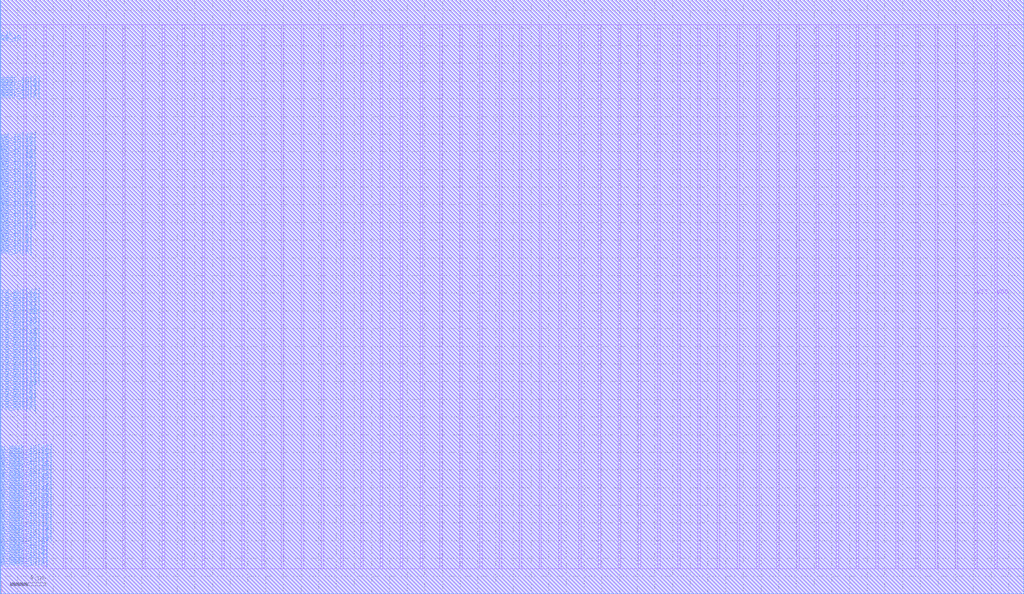
<source format=lef>
VERSION 5.7 ;
BUSBITCHARS "[]" ;
MACRO fakeram45_256x48_bottom
  FOREIGN fakeram45_256x48_bottom 0 0 ;
  SYMMETRY X Y R90 ;
  SIZE 0.19 BY 1.4 ;
  CLASS BLOCK ;
  PIN w_mask_in[0]
    DIRECTION INPUT ;
    USE SIGNAL ;
    SHAPE ABUTMENT ;
    PORT
      LAYER metal3 ;
      RECT 0.000 2.800 0.070 2.870 ;
    END
  END w_mask_in[0]
  PIN w_mask_in[1]
    DIRECTION INPUT ;
    USE SIGNAL ;
    SHAPE ABUTMENT ;
    PORT
      LAYER metal3 ;
      RECT 0.000 3.080 0.070 3.150 ;
    END
  END w_mask_in[1]
  PIN w_mask_in[2]
    DIRECTION INPUT ;
    USE SIGNAL ;
    SHAPE ABUTMENT ;
    PORT
      LAYER metal3 ;
      RECT 0.000 3.360 0.070 3.430 ;
    END
  END w_mask_in[2]
  PIN w_mask_in[3]
    DIRECTION INPUT ;
    USE SIGNAL ;
    SHAPE ABUTMENT ;
    PORT
      LAYER metal3 ;
      RECT 0.000 3.640 0.070 3.710 ;
    END
  END w_mask_in[3]
  PIN w_mask_in[4]
    DIRECTION INPUT ;
    USE SIGNAL ;
    SHAPE ABUTMENT ;
    PORT
      LAYER metal3 ;
      RECT 0.000 3.920 0.070 3.990 ;
    END
  END w_mask_in[4]
  PIN w_mask_in[5]
    DIRECTION INPUT ;
    USE SIGNAL ;
    SHAPE ABUTMENT ;
    PORT
      LAYER metal3 ;
      RECT 0.000 4.200 0.070 4.270 ;
    END
  END w_mask_in[5]
  PIN w_mask_in[6]
    DIRECTION INPUT ;
    USE SIGNAL ;
    SHAPE ABUTMENT ;
    PORT
      LAYER metal3 ;
      RECT 0.000 4.480 0.070 4.550 ;
    END
  END w_mask_in[6]
  PIN w_mask_in[7]
    DIRECTION INPUT ;
    USE SIGNAL ;
    SHAPE ABUTMENT ;
    PORT
      LAYER metal3 ;
      RECT 0.000 4.760 0.070 4.830 ;
    END
  END w_mask_in[7]
  PIN w_mask_in[8]
    DIRECTION INPUT ;
    USE SIGNAL ;
    SHAPE ABUTMENT ;
    PORT
      LAYER metal3 ;
      RECT 0.000 5.040 0.070 5.110 ;
    END
  END w_mask_in[8]
  PIN w_mask_in[9]
    DIRECTION INPUT ;
    USE SIGNAL ;
    SHAPE ABUTMENT ;
    PORT
      LAYER metal3 ;
      RECT 0.000 5.320 0.070 5.390 ;
    END
  END w_mask_in[9]
  PIN w_mask_in[10]
    DIRECTION INPUT ;
    USE SIGNAL ;
    SHAPE ABUTMENT ;
    PORT
      LAYER metal3 ;
      RECT 0.000 5.600 0.070 5.670 ;
    END
  END w_mask_in[10]
  PIN w_mask_in[11]
    DIRECTION INPUT ;
    USE SIGNAL ;
    SHAPE ABUTMENT ;
    PORT
      LAYER metal3 ;
      RECT 0.000 5.880 0.070 5.950 ;
    END
  END w_mask_in[11]
  PIN w_mask_in[12]
    DIRECTION INPUT ;
    USE SIGNAL ;
    SHAPE ABUTMENT ;
    PORT
      LAYER metal3 ;
      RECT 0.000 6.160 0.070 6.230 ;
    END
  END w_mask_in[12]
  PIN w_mask_in[13]
    DIRECTION INPUT ;
    USE SIGNAL ;
    SHAPE ABUTMENT ;
    PORT
      LAYER metal3 ;
      RECT 0.000 6.440 0.070 6.510 ;
    END
  END w_mask_in[13]
  PIN w_mask_in[14]
    DIRECTION INPUT ;
    USE SIGNAL ;
    SHAPE ABUTMENT ;
    PORT
      LAYER metal3 ;
      RECT 0.000 6.720 0.070 6.790 ;
    END
  END w_mask_in[14]
  PIN w_mask_in[15]
    DIRECTION INPUT ;
    USE SIGNAL ;
    SHAPE ABUTMENT ;
    PORT
      LAYER metal3 ;
      RECT 0.000 7.000 0.070 7.070 ;
    END
  END w_mask_in[15]
  PIN w_mask_in[16]
    DIRECTION INPUT ;
    USE SIGNAL ;
    SHAPE ABUTMENT ;
    PORT
      LAYER metal3 ;
      RECT 0.000 7.280 0.070 7.350 ;
    END
  END w_mask_in[16]
  PIN w_mask_in[17]
    DIRECTION INPUT ;
    USE SIGNAL ;
    SHAPE ABUTMENT ;
    PORT
      LAYER metal3 ;
      RECT 0.000 7.560 0.070 7.630 ;
    END
  END w_mask_in[17]
  PIN w_mask_in[18]
    DIRECTION INPUT ;
    USE SIGNAL ;
    SHAPE ABUTMENT ;
    PORT
      LAYER metal3 ;
      RECT 0.000 7.840 0.070 7.910 ;
    END
  END w_mask_in[18]
  PIN w_mask_in[19]
    DIRECTION INPUT ;
    USE SIGNAL ;
    SHAPE ABUTMENT ;
    PORT
      LAYER metal3 ;
      RECT 0.000 8.120 0.070 8.190 ;
    END
  END w_mask_in[19]
  PIN w_mask_in[20]
    DIRECTION INPUT ;
    USE SIGNAL ;
    SHAPE ABUTMENT ;
    PORT
      LAYER metal3 ;
      RECT 0.000 8.400 0.070 8.470 ;
    END
  END w_mask_in[20]
  PIN w_mask_in[21]
    DIRECTION INPUT ;
    USE SIGNAL ;
    SHAPE ABUTMENT ;
    PORT
      LAYER metal3 ;
      RECT 0.000 8.680 0.070 8.750 ;
    END
  END w_mask_in[21]
  PIN w_mask_in[22]
    DIRECTION INPUT ;
    USE SIGNAL ;
    SHAPE ABUTMENT ;
    PORT
      LAYER metal3 ;
      RECT 0.000 8.960 0.070 9.030 ;
    END
  END w_mask_in[22]
  PIN w_mask_in[23]
    DIRECTION INPUT ;
    USE SIGNAL ;
    SHAPE ABUTMENT ;
    PORT
      LAYER metal3 ;
      RECT 0.000 9.240 0.070 9.310 ;
    END
  END w_mask_in[23]
  PIN w_mask_in[24]
    DIRECTION INPUT ;
    USE SIGNAL ;
    SHAPE ABUTMENT ;
    PORT
      LAYER metal3 ;
      RECT 0.000 9.520 0.070 9.590 ;
    END
  END w_mask_in[24]
  PIN w_mask_in[25]
    DIRECTION INPUT ;
    USE SIGNAL ;
    SHAPE ABUTMENT ;
    PORT
      LAYER metal3 ;
      RECT 0.000 9.800 0.070 9.870 ;
    END
  END w_mask_in[25]
  PIN w_mask_in[26]
    DIRECTION INPUT ;
    USE SIGNAL ;
    SHAPE ABUTMENT ;
    PORT
      LAYER metal3 ;
      RECT 0.000 10.080 0.070 10.150 ;
    END
  END w_mask_in[26]
  PIN w_mask_in[27]
    DIRECTION INPUT ;
    USE SIGNAL ;
    SHAPE ABUTMENT ;
    PORT
      LAYER metal3 ;
      RECT 0.000 10.360 0.070 10.430 ;
    END
  END w_mask_in[27]
  PIN w_mask_in[28]
    DIRECTION INPUT ;
    USE SIGNAL ;
    SHAPE ABUTMENT ;
    PORT
      LAYER metal3 ;
      RECT 0.000 10.640 0.070 10.710 ;
    END
  END w_mask_in[28]
  PIN w_mask_in[29]
    DIRECTION INPUT ;
    USE SIGNAL ;
    SHAPE ABUTMENT ;
    PORT
      LAYER metal3 ;
      RECT 0.000 10.920 0.070 10.990 ;
    END
  END w_mask_in[29]
  PIN w_mask_in[30]
    DIRECTION INPUT ;
    USE SIGNAL ;
    SHAPE ABUTMENT ;
    PORT
      LAYER metal3 ;
      RECT 0.000 11.200 0.070 11.270 ;
    END
  END w_mask_in[30]
  PIN w_mask_in[31]
    DIRECTION INPUT ;
    USE SIGNAL ;
    SHAPE ABUTMENT ;
    PORT
      LAYER metal3 ;
      RECT 0.000 11.480 0.070 11.550 ;
    END
  END w_mask_in[31]
  PIN w_mask_in[32]
    DIRECTION INPUT ;
    USE SIGNAL ;
    SHAPE ABUTMENT ;
    PORT
      LAYER metal3 ;
      RECT 0.000 11.760 0.070 11.830 ;
    END
  END w_mask_in[32]
  PIN w_mask_in[33]
    DIRECTION INPUT ;
    USE SIGNAL ;
    SHAPE ABUTMENT ;
    PORT
      LAYER metal3 ;
      RECT 0.000 12.040 0.070 12.110 ;
    END
  END w_mask_in[33]
  PIN w_mask_in[34]
    DIRECTION INPUT ;
    USE SIGNAL ;
    SHAPE ABUTMENT ;
    PORT
      LAYER metal3 ;
      RECT 0.000 12.320 0.070 12.390 ;
    END
  END w_mask_in[34]
  PIN w_mask_in[35]
    DIRECTION INPUT ;
    USE SIGNAL ;
    SHAPE ABUTMENT ;
    PORT
      LAYER metal3 ;
      RECT 0.000 12.600 0.070 12.670 ;
    END
  END w_mask_in[35]
  PIN w_mask_in[36]
    DIRECTION INPUT ;
    USE SIGNAL ;
    SHAPE ABUTMENT ;
    PORT
      LAYER metal3 ;
      RECT 0.000 12.880 0.070 12.950 ;
    END
  END w_mask_in[36]
  PIN w_mask_in[37]
    DIRECTION INPUT ;
    USE SIGNAL ;
    SHAPE ABUTMENT ;
    PORT
      LAYER metal3 ;
      RECT 0.000 13.160 0.070 13.230 ;
    END
  END w_mask_in[37]
  PIN w_mask_in[38]
    DIRECTION INPUT ;
    USE SIGNAL ;
    SHAPE ABUTMENT ;
    PORT
      LAYER metal3 ;
      RECT 0.000 13.440 0.070 13.510 ;
    END
  END w_mask_in[38]
  PIN w_mask_in[39]
    DIRECTION INPUT ;
    USE SIGNAL ;
    SHAPE ABUTMENT ;
    PORT
      LAYER metal3 ;
      RECT 0.000 13.720 0.070 13.790 ;
    END
  END w_mask_in[39]
  PIN w_mask_in[40]
    DIRECTION INPUT ;
    USE SIGNAL ;
    SHAPE ABUTMENT ;
    PORT
      LAYER metal3 ;
      RECT 0.000 14.000 0.070 14.070 ;
    END
  END w_mask_in[40]
  PIN w_mask_in[41]
    DIRECTION INPUT ;
    USE SIGNAL ;
    SHAPE ABUTMENT ;
    PORT
      LAYER metal3 ;
      RECT 0.000 14.280 0.070 14.350 ;
    END
  END w_mask_in[41]
  PIN w_mask_in[42]
    DIRECTION INPUT ;
    USE SIGNAL ;
    SHAPE ABUTMENT ;
    PORT
      LAYER metal3 ;
      RECT 0.000 14.560 0.070 14.630 ;
    END
  END w_mask_in[42]
  PIN w_mask_in[43]
    DIRECTION INPUT ;
    USE SIGNAL ;
    SHAPE ABUTMENT ;
    PORT
      LAYER metal3 ;
      RECT 0.000 14.840 0.070 14.910 ;
    END
  END w_mask_in[43]
  PIN w_mask_in[44]
    DIRECTION INPUT ;
    USE SIGNAL ;
    SHAPE ABUTMENT ;
    PORT
      LAYER metal3 ;
      RECT 0.000 15.120 0.070 15.190 ;
    END
  END w_mask_in[44]
  PIN w_mask_in[45]
    DIRECTION INPUT ;
    USE SIGNAL ;
    SHAPE ABUTMENT ;
    PORT
      LAYER metal3 ;
      RECT 0.000 15.400 0.070 15.470 ;
    END
  END w_mask_in[45]
  PIN w_mask_in[46]
    DIRECTION INPUT ;
    USE SIGNAL ;
    SHAPE ABUTMENT ;
    PORT
      LAYER metal3 ;
      RECT 0.000 15.680 0.070 15.750 ;
    END
  END w_mask_in[46]
  PIN w_mask_in[47]
    DIRECTION INPUT ;
    USE SIGNAL ;
    SHAPE ABUTMENT ;
    PORT
      LAYER metal3 ;
      RECT 0.000 15.960 0.070 16.030 ;
    END
  END w_mask_in[47]
  PIN rd_out[0]
    DIRECTION OUTPUT ;
    USE SIGNAL ;
    SHAPE ABUTMENT ;
    PORT
      LAYER metal3 ;
      RECT 0.000 20.440 0.070 20.510 ;
    END
  END rd_out[0]
  PIN rd_out[1]
    DIRECTION OUTPUT ;
    USE SIGNAL ;
    SHAPE ABUTMENT ;
    PORT
      LAYER metal3 ;
      RECT 0.000 20.720 0.070 20.790 ;
    END
  END rd_out[1]
  PIN rd_out[2]
    DIRECTION OUTPUT ;
    USE SIGNAL ;
    SHAPE ABUTMENT ;
    PORT
      LAYER metal3 ;
      RECT 0.000 21.000 0.070 21.070 ;
    END
  END rd_out[2]
  PIN rd_out[3]
    DIRECTION OUTPUT ;
    USE SIGNAL ;
    SHAPE ABUTMENT ;
    PORT
      LAYER metal3 ;
      RECT 0.000 21.280 0.070 21.350 ;
    END
  END rd_out[3]
  PIN rd_out[4]
    DIRECTION OUTPUT ;
    USE SIGNAL ;
    SHAPE ABUTMENT ;
    PORT
      LAYER metal3 ;
      RECT 0.000 21.560 0.070 21.630 ;
    END
  END rd_out[4]
  PIN rd_out[5]
    DIRECTION OUTPUT ;
    USE SIGNAL ;
    SHAPE ABUTMENT ;
    PORT
      LAYER metal3 ;
      RECT 0.000 21.840 0.070 21.910 ;
    END
  END rd_out[5]
  PIN rd_out[6]
    DIRECTION OUTPUT ;
    USE SIGNAL ;
    SHAPE ABUTMENT ;
    PORT
      LAYER metal3 ;
      RECT 0.000 22.120 0.070 22.190 ;
    END
  END rd_out[6]
  PIN rd_out[7]
    DIRECTION OUTPUT ;
    USE SIGNAL ;
    SHAPE ABUTMENT ;
    PORT
      LAYER metal3 ;
      RECT 0.000 22.400 0.070 22.470 ;
    END
  END rd_out[7]
  PIN rd_out[8]
    DIRECTION OUTPUT ;
    USE SIGNAL ;
    SHAPE ABUTMENT ;
    PORT
      LAYER metal3 ;
      RECT 0.000 22.680 0.070 22.750 ;
    END
  END rd_out[8]
  PIN rd_out[9]
    DIRECTION OUTPUT ;
    USE SIGNAL ;
    SHAPE ABUTMENT ;
    PORT
      LAYER metal3 ;
      RECT 0.000 22.960 0.070 23.030 ;
    END
  END rd_out[9]
  PIN rd_out[10]
    DIRECTION OUTPUT ;
    USE SIGNAL ;
    SHAPE ABUTMENT ;
    PORT
      LAYER metal3 ;
      RECT 0.000 23.240 0.070 23.310 ;
    END
  END rd_out[10]
  PIN rd_out[11]
    DIRECTION OUTPUT ;
    USE SIGNAL ;
    SHAPE ABUTMENT ;
    PORT
      LAYER metal3 ;
      RECT 0.000 23.520 0.070 23.590 ;
    END
  END rd_out[11]
  PIN rd_out[12]
    DIRECTION OUTPUT ;
    USE SIGNAL ;
    SHAPE ABUTMENT ;
    PORT
      LAYER metal3 ;
      RECT 0.000 23.800 0.070 23.870 ;
    END
  END rd_out[12]
  PIN rd_out[13]
    DIRECTION OUTPUT ;
    USE SIGNAL ;
    SHAPE ABUTMENT ;
    PORT
      LAYER metal3 ;
      RECT 0.000 24.080 0.070 24.150 ;
    END
  END rd_out[13]
  PIN rd_out[14]
    DIRECTION OUTPUT ;
    USE SIGNAL ;
    SHAPE ABUTMENT ;
    PORT
      LAYER metal3 ;
      RECT 0.000 24.360 0.070 24.430 ;
    END
  END rd_out[14]
  PIN rd_out[15]
    DIRECTION OUTPUT ;
    USE SIGNAL ;
    SHAPE ABUTMENT ;
    PORT
      LAYER metal3 ;
      RECT 0.000 24.640 0.070 24.710 ;
    END
  END rd_out[15]
  PIN rd_out[16]
    DIRECTION OUTPUT ;
    USE SIGNAL ;
    SHAPE ABUTMENT ;
    PORT
      LAYER metal3 ;
      RECT 0.000 24.920 0.070 24.990 ;
    END
  END rd_out[16]
  PIN rd_out[17]
    DIRECTION OUTPUT ;
    USE SIGNAL ;
    SHAPE ABUTMENT ;
    PORT
      LAYER metal3 ;
      RECT 0.000 25.200 0.070 25.270 ;
    END
  END rd_out[17]
  PIN rd_out[18]
    DIRECTION OUTPUT ;
    USE SIGNAL ;
    SHAPE ABUTMENT ;
    PORT
      LAYER metal3 ;
      RECT 0.000 25.480 0.070 25.550 ;
    END
  END rd_out[18]
  PIN rd_out[19]
    DIRECTION OUTPUT ;
    USE SIGNAL ;
    SHAPE ABUTMENT ;
    PORT
      LAYER metal3 ;
      RECT 0.000 25.760 0.070 25.830 ;
    END
  END rd_out[19]
  PIN rd_out[20]
    DIRECTION OUTPUT ;
    USE SIGNAL ;
    SHAPE ABUTMENT ;
    PORT
      LAYER metal3 ;
      RECT 0.000 26.040 0.070 26.110 ;
    END
  END rd_out[20]
  PIN rd_out[21]
    DIRECTION OUTPUT ;
    USE SIGNAL ;
    SHAPE ABUTMENT ;
    PORT
      LAYER metal3 ;
      RECT 0.000 26.320 0.070 26.390 ;
    END
  END rd_out[21]
  PIN rd_out[22]
    DIRECTION OUTPUT ;
    USE SIGNAL ;
    SHAPE ABUTMENT ;
    PORT
      LAYER metal3 ;
      RECT 0.000 26.600 0.070 26.670 ;
    END
  END rd_out[22]
  PIN rd_out[23]
    DIRECTION OUTPUT ;
    USE SIGNAL ;
    SHAPE ABUTMENT ;
    PORT
      LAYER metal3 ;
      RECT 0.000 26.880 0.070 26.950 ;
    END
  END rd_out[23]
  PIN rd_out[24]
    DIRECTION OUTPUT ;
    USE SIGNAL ;
    SHAPE ABUTMENT ;
    PORT
      LAYER metal3 ;
      RECT 0.000 27.160 0.070 27.230 ;
    END
  END rd_out[24]
  PIN rd_out[25]
    DIRECTION OUTPUT ;
    USE SIGNAL ;
    SHAPE ABUTMENT ;
    PORT
      LAYER metal3 ;
      RECT 0.000 27.440 0.070 27.510 ;
    END
  END rd_out[25]
  PIN rd_out[26]
    DIRECTION OUTPUT ;
    USE SIGNAL ;
    SHAPE ABUTMENT ;
    PORT
      LAYER metal3 ;
      RECT 0.000 27.720 0.070 27.790 ;
    END
  END rd_out[26]
  PIN rd_out[27]
    DIRECTION OUTPUT ;
    USE SIGNAL ;
    SHAPE ABUTMENT ;
    PORT
      LAYER metal3 ;
      RECT 0.000 28.000 0.070 28.070 ;
    END
  END rd_out[27]
  PIN rd_out[28]
    DIRECTION OUTPUT ;
    USE SIGNAL ;
    SHAPE ABUTMENT ;
    PORT
      LAYER metal3 ;
      RECT 0.000 28.280 0.070 28.350 ;
    END
  END rd_out[28]
  PIN rd_out[29]
    DIRECTION OUTPUT ;
    USE SIGNAL ;
    SHAPE ABUTMENT ;
    PORT
      LAYER metal3 ;
      RECT 0.000 28.560 0.070 28.630 ;
    END
  END rd_out[29]
  PIN rd_out[30]
    DIRECTION OUTPUT ;
    USE SIGNAL ;
    SHAPE ABUTMENT ;
    PORT
      LAYER metal3 ;
      RECT 0.000 28.840 0.070 28.910 ;
    END
  END rd_out[30]
  PIN rd_out[31]
    DIRECTION OUTPUT ;
    USE SIGNAL ;
    SHAPE ABUTMENT ;
    PORT
      LAYER metal3 ;
      RECT 0.000 29.120 0.070 29.190 ;
    END
  END rd_out[31]
  PIN rd_out[32]
    DIRECTION OUTPUT ;
    USE SIGNAL ;
    SHAPE ABUTMENT ;
    PORT
      LAYER metal3 ;
      RECT 0.000 29.400 0.070 29.470 ;
    END
  END rd_out[32]
  PIN rd_out[33]
    DIRECTION OUTPUT ;
    USE SIGNAL ;
    SHAPE ABUTMENT ;
    PORT
      LAYER metal3 ;
      RECT 0.000 29.680 0.070 29.750 ;
    END
  END rd_out[33]
  PIN rd_out[34]
    DIRECTION OUTPUT ;
    USE SIGNAL ;
    SHAPE ABUTMENT ;
    PORT
      LAYER metal3 ;
      RECT 0.000 29.960 0.070 30.030 ;
    END
  END rd_out[34]
  PIN rd_out[35]
    DIRECTION OUTPUT ;
    USE SIGNAL ;
    SHAPE ABUTMENT ;
    PORT
      LAYER metal3 ;
      RECT 0.000 30.240 0.070 30.310 ;
    END
  END rd_out[35]
  PIN rd_out[36]
    DIRECTION OUTPUT ;
    USE SIGNAL ;
    SHAPE ABUTMENT ;
    PORT
      LAYER metal3 ;
      RECT 0.000 30.520 0.070 30.590 ;
    END
  END rd_out[36]
  PIN rd_out[37]
    DIRECTION OUTPUT ;
    USE SIGNAL ;
    SHAPE ABUTMENT ;
    PORT
      LAYER metal3 ;
      RECT 0.000 30.800 0.070 30.870 ;
    END
  END rd_out[37]
  PIN rd_out[38]
    DIRECTION OUTPUT ;
    USE SIGNAL ;
    SHAPE ABUTMENT ;
    PORT
      LAYER metal3 ;
      RECT 0.000 31.080 0.070 31.150 ;
    END
  END rd_out[38]
  PIN rd_out[39]
    DIRECTION OUTPUT ;
    USE SIGNAL ;
    SHAPE ABUTMENT ;
    PORT
      LAYER metal3 ;
      RECT 0.000 31.360 0.070 31.430 ;
    END
  END rd_out[39]
  PIN rd_out[40]
    DIRECTION OUTPUT ;
    USE SIGNAL ;
    SHAPE ABUTMENT ;
    PORT
      LAYER metal3 ;
      RECT 0.000 31.640 0.070 31.710 ;
    END
  END rd_out[40]
  PIN rd_out[41]
    DIRECTION OUTPUT ;
    USE SIGNAL ;
    SHAPE ABUTMENT ;
    PORT
      LAYER metal3 ;
      RECT 0.000 31.920 0.070 31.990 ;
    END
  END rd_out[41]
  PIN rd_out[42]
    DIRECTION OUTPUT ;
    USE SIGNAL ;
    SHAPE ABUTMENT ;
    PORT
      LAYER metal3 ;
      RECT 0.000 32.200 0.070 32.270 ;
    END
  END rd_out[42]
  PIN rd_out[43]
    DIRECTION OUTPUT ;
    USE SIGNAL ;
    SHAPE ABUTMENT ;
    PORT
      LAYER metal3 ;
      RECT 0.000 32.480 0.070 32.550 ;
    END
  END rd_out[43]
  PIN rd_out[44]
    DIRECTION OUTPUT ;
    USE SIGNAL ;
    SHAPE ABUTMENT ;
    PORT
      LAYER metal3 ;
      RECT 0.000 32.760 0.070 32.830 ;
    END
  END rd_out[44]
  PIN rd_out[45]
    DIRECTION OUTPUT ;
    USE SIGNAL ;
    SHAPE ABUTMENT ;
    PORT
      LAYER metal3 ;
      RECT 0.000 33.040 0.070 33.110 ;
    END
  END rd_out[45]
  PIN rd_out[46]
    DIRECTION OUTPUT ;
    USE SIGNAL ;
    SHAPE ABUTMENT ;
    PORT
      LAYER metal3 ;
      RECT 0.000 33.320 0.070 33.390 ;
    END
  END rd_out[46]
  PIN rd_out[47]
    DIRECTION OUTPUT ;
    USE SIGNAL ;
    SHAPE ABUTMENT ;
    PORT
      LAYER metal3 ;
      RECT 0.000 33.600 0.070 33.670 ;
    END
  END rd_out[47]
  PIN wd_in[0]
    DIRECTION INPUT ;
    USE SIGNAL ;
    SHAPE ABUTMENT ;
    PORT
      LAYER metal3 ;
      RECT 0.000 38.080 0.070 38.150 ;
    END
  END wd_in[0]
  PIN wd_in[1]
    DIRECTION INPUT ;
    USE SIGNAL ;
    SHAPE ABUTMENT ;
    PORT
      LAYER metal3 ;
      RECT 0.000 38.360 0.070 38.430 ;
    END
  END wd_in[1]
  PIN wd_in[2]
    DIRECTION INPUT ;
    USE SIGNAL ;
    SHAPE ABUTMENT ;
    PORT
      LAYER metal3 ;
      RECT 0.000 38.640 0.070 38.710 ;
    END
  END wd_in[2]
  PIN wd_in[3]
    DIRECTION INPUT ;
    USE SIGNAL ;
    SHAPE ABUTMENT ;
    PORT
      LAYER metal3 ;
      RECT 0.000 38.920 0.070 38.990 ;
    END
  END wd_in[3]
  PIN wd_in[4]
    DIRECTION INPUT ;
    USE SIGNAL ;
    SHAPE ABUTMENT ;
    PORT
      LAYER metal3 ;
      RECT 0.000 39.200 0.070 39.270 ;
    END
  END wd_in[4]
  PIN wd_in[5]
    DIRECTION INPUT ;
    USE SIGNAL ;
    SHAPE ABUTMENT ;
    PORT
      LAYER metal3 ;
      RECT 0.000 39.480 0.070 39.550 ;
    END
  END wd_in[5]
  PIN wd_in[6]
    DIRECTION INPUT ;
    USE SIGNAL ;
    SHAPE ABUTMENT ;
    PORT
      LAYER metal3 ;
      RECT 0.000 39.760 0.070 39.830 ;
    END
  END wd_in[6]
  PIN wd_in[7]
    DIRECTION INPUT ;
    USE SIGNAL ;
    SHAPE ABUTMENT ;
    PORT
      LAYER metal3 ;
      RECT 0.000 40.040 0.070 40.110 ;
    END
  END wd_in[7]
  PIN wd_in[8]
    DIRECTION INPUT ;
    USE SIGNAL ;
    SHAPE ABUTMENT ;
    PORT
      LAYER metal3 ;
      RECT 0.000 40.320 0.070 40.390 ;
    END
  END wd_in[8]
  PIN wd_in[9]
    DIRECTION INPUT ;
    USE SIGNAL ;
    SHAPE ABUTMENT ;
    PORT
      LAYER metal3 ;
      RECT 0.000 40.600 0.070 40.670 ;
    END
  END wd_in[9]
  PIN wd_in[10]
    DIRECTION INPUT ;
    USE SIGNAL ;
    SHAPE ABUTMENT ;
    PORT
      LAYER metal3 ;
      RECT 0.000 40.880 0.070 40.950 ;
    END
  END wd_in[10]
  PIN wd_in[11]
    DIRECTION INPUT ;
    USE SIGNAL ;
    SHAPE ABUTMENT ;
    PORT
      LAYER metal3 ;
      RECT 0.000 41.160 0.070 41.230 ;
    END
  END wd_in[11]
  PIN wd_in[12]
    DIRECTION INPUT ;
    USE SIGNAL ;
    SHAPE ABUTMENT ;
    PORT
      LAYER metal3 ;
      RECT 0.000 41.440 0.070 41.510 ;
    END
  END wd_in[12]
  PIN wd_in[13]
    DIRECTION INPUT ;
    USE SIGNAL ;
    SHAPE ABUTMENT ;
    PORT
      LAYER metal3 ;
      RECT 0.000 41.720 0.070 41.790 ;
    END
  END wd_in[13]
  PIN wd_in[14]
    DIRECTION INPUT ;
    USE SIGNAL ;
    SHAPE ABUTMENT ;
    PORT
      LAYER metal3 ;
      RECT 0.000 42.000 0.070 42.070 ;
    END
  END wd_in[14]
  PIN wd_in[15]
    DIRECTION INPUT ;
    USE SIGNAL ;
    SHAPE ABUTMENT ;
    PORT
      LAYER metal3 ;
      RECT 0.000 42.280 0.070 42.350 ;
    END
  END wd_in[15]
  PIN wd_in[16]
    DIRECTION INPUT ;
    USE SIGNAL ;
    SHAPE ABUTMENT ;
    PORT
      LAYER metal3 ;
      RECT 0.000 42.560 0.070 42.630 ;
    END
  END wd_in[16]
  PIN wd_in[17]
    DIRECTION INPUT ;
    USE SIGNAL ;
    SHAPE ABUTMENT ;
    PORT
      LAYER metal3 ;
      RECT 0.000 42.840 0.070 42.910 ;
    END
  END wd_in[17]
  PIN wd_in[18]
    DIRECTION INPUT ;
    USE SIGNAL ;
    SHAPE ABUTMENT ;
    PORT
      LAYER metal3 ;
      RECT 0.000 43.120 0.070 43.190 ;
    END
  END wd_in[18]
  PIN wd_in[19]
    DIRECTION INPUT ;
    USE SIGNAL ;
    SHAPE ABUTMENT ;
    PORT
      LAYER metal3 ;
      RECT 0.000 43.400 0.070 43.470 ;
    END
  END wd_in[19]
  PIN wd_in[20]
    DIRECTION INPUT ;
    USE SIGNAL ;
    SHAPE ABUTMENT ;
    PORT
      LAYER metal3 ;
      RECT 0.000 43.680 0.070 43.750 ;
    END
  END wd_in[20]
  PIN wd_in[21]
    DIRECTION INPUT ;
    USE SIGNAL ;
    SHAPE ABUTMENT ;
    PORT
      LAYER metal3 ;
      RECT 0.000 43.960 0.070 44.030 ;
    END
  END wd_in[21]
  PIN wd_in[22]
    DIRECTION INPUT ;
    USE SIGNAL ;
    SHAPE ABUTMENT ;
    PORT
      LAYER metal3 ;
      RECT 0.000 44.240 0.070 44.310 ;
    END
  END wd_in[22]
  PIN wd_in[23]
    DIRECTION INPUT ;
    USE SIGNAL ;
    SHAPE ABUTMENT ;
    PORT
      LAYER metal3 ;
      RECT 0.000 44.520 0.070 44.590 ;
    END
  END wd_in[23]
  PIN wd_in[24]
    DIRECTION INPUT ;
    USE SIGNAL ;
    SHAPE ABUTMENT ;
    PORT
      LAYER metal3 ;
      RECT 0.000 44.800 0.070 44.870 ;
    END
  END wd_in[24]
  PIN wd_in[25]
    DIRECTION INPUT ;
    USE SIGNAL ;
    SHAPE ABUTMENT ;
    PORT
      LAYER metal3 ;
      RECT 0.000 45.080 0.070 45.150 ;
    END
  END wd_in[25]
  PIN wd_in[26]
    DIRECTION INPUT ;
    USE SIGNAL ;
    SHAPE ABUTMENT ;
    PORT
      LAYER metal3 ;
      RECT 0.000 45.360 0.070 45.430 ;
    END
  END wd_in[26]
  PIN wd_in[27]
    DIRECTION INPUT ;
    USE SIGNAL ;
    SHAPE ABUTMENT ;
    PORT
      LAYER metal3 ;
      RECT 0.000 45.640 0.070 45.710 ;
    END
  END wd_in[27]
  PIN wd_in[28]
    DIRECTION INPUT ;
    USE SIGNAL ;
    SHAPE ABUTMENT ;
    PORT
      LAYER metal3 ;
      RECT 0.000 45.920 0.070 45.990 ;
    END
  END wd_in[28]
  PIN wd_in[29]
    DIRECTION INPUT ;
    USE SIGNAL ;
    SHAPE ABUTMENT ;
    PORT
      LAYER metal3 ;
      RECT 0.000 46.200 0.070 46.270 ;
    END
  END wd_in[29]
  PIN wd_in[30]
    DIRECTION INPUT ;
    USE SIGNAL ;
    SHAPE ABUTMENT ;
    PORT
      LAYER metal3 ;
      RECT 0.000 46.480 0.070 46.550 ;
    END
  END wd_in[30]
  PIN wd_in[31]
    DIRECTION INPUT ;
    USE SIGNAL ;
    SHAPE ABUTMENT ;
    PORT
      LAYER metal3 ;
      RECT 0.000 46.760 0.070 46.830 ;
    END
  END wd_in[31]
  PIN wd_in[32]
    DIRECTION INPUT ;
    USE SIGNAL ;
    SHAPE ABUTMENT ;
    PORT
      LAYER metal3 ;
      RECT 0.000 47.040 0.070 47.110 ;
    END
  END wd_in[32]
  PIN wd_in[33]
    DIRECTION INPUT ;
    USE SIGNAL ;
    SHAPE ABUTMENT ;
    PORT
      LAYER metal3 ;
      RECT 0.000 47.320 0.070 47.390 ;
    END
  END wd_in[33]
  PIN wd_in[34]
    DIRECTION INPUT ;
    USE SIGNAL ;
    SHAPE ABUTMENT ;
    PORT
      LAYER metal3 ;
      RECT 0.000 47.600 0.070 47.670 ;
    END
  END wd_in[34]
  PIN wd_in[35]
    DIRECTION INPUT ;
    USE SIGNAL ;
    SHAPE ABUTMENT ;
    PORT
      LAYER metal3 ;
      RECT 0.000 47.880 0.070 47.950 ;
    END
  END wd_in[35]
  PIN wd_in[36]
    DIRECTION INPUT ;
    USE SIGNAL ;
    SHAPE ABUTMENT ;
    PORT
      LAYER metal3 ;
      RECT 0.000 48.160 0.070 48.230 ;
    END
  END wd_in[36]
  PIN wd_in[37]
    DIRECTION INPUT ;
    USE SIGNAL ;
    SHAPE ABUTMENT ;
    PORT
      LAYER metal3 ;
      RECT 0.000 48.440 0.070 48.510 ;
    END
  END wd_in[37]
  PIN wd_in[38]
    DIRECTION INPUT ;
    USE SIGNAL ;
    SHAPE ABUTMENT ;
    PORT
      LAYER metal3 ;
      RECT 0.000 48.720 0.070 48.790 ;
    END
  END wd_in[38]
  PIN wd_in[39]
    DIRECTION INPUT ;
    USE SIGNAL ;
    SHAPE ABUTMENT ;
    PORT
      LAYER metal3 ;
      RECT 0.000 49.000 0.070 49.070 ;
    END
  END wd_in[39]
  PIN wd_in[40]
    DIRECTION INPUT ;
    USE SIGNAL ;
    SHAPE ABUTMENT ;
    PORT
      LAYER metal3 ;
      RECT 0.000 49.280 0.070 49.350 ;
    END
  END wd_in[40]
  PIN wd_in[41]
    DIRECTION INPUT ;
    USE SIGNAL ;
    SHAPE ABUTMENT ;
    PORT
      LAYER metal3 ;
      RECT 0.000 49.560 0.070 49.630 ;
    END
  END wd_in[41]
  PIN wd_in[42]
    DIRECTION INPUT ;
    USE SIGNAL ;
    SHAPE ABUTMENT ;
    PORT
      LAYER metal3 ;
      RECT 0.000 49.840 0.070 49.910 ;
    END
  END wd_in[42]
  PIN wd_in[43]
    DIRECTION INPUT ;
    USE SIGNAL ;
    SHAPE ABUTMENT ;
    PORT
      LAYER metal3 ;
      RECT 0.000 50.120 0.070 50.190 ;
    END
  END wd_in[43]
  PIN wd_in[44]
    DIRECTION INPUT ;
    USE SIGNAL ;
    SHAPE ABUTMENT ;
    PORT
      LAYER metal3 ;
      RECT 0.000 50.400 0.070 50.470 ;
    END
  END wd_in[44]
  PIN wd_in[45]
    DIRECTION INPUT ;
    USE SIGNAL ;
    SHAPE ABUTMENT ;
    PORT
      LAYER metal3 ;
      RECT 0.000 50.680 0.070 50.750 ;
    END
  END wd_in[45]
  PIN wd_in[46]
    DIRECTION INPUT ;
    USE SIGNAL ;
    SHAPE ABUTMENT ;
    PORT
      LAYER metal3 ;
      RECT 0.000 50.960 0.070 51.030 ;
    END
  END wd_in[46]
  PIN wd_in[47]
    DIRECTION INPUT ;
    USE SIGNAL ;
    SHAPE ABUTMENT ;
    PORT
      LAYER metal3 ;
      RECT 0.000 51.240 0.070 51.310 ;
    END
  END wd_in[47]
  PIN addr_in[0]
    DIRECTION INPUT ;
    USE SIGNAL ;
    SHAPE ABUTMENT ;
    PORT
      LAYER metal3 ;
      RECT 0.000 55.720 0.070 55.790 ;
    END
  END addr_in[0]
  PIN addr_in[1]
    DIRECTION INPUT ;
    USE SIGNAL ;
    SHAPE ABUTMENT ;
    PORT
      LAYER metal3 ;
      RECT 0.000 56.000 0.070 56.070 ;
    END
  END addr_in[1]
  PIN addr_in[2]
    DIRECTION INPUT ;
    USE SIGNAL ;
    SHAPE ABUTMENT ;
    PORT
      LAYER metal3 ;
      RECT 0.000 56.280 0.070 56.350 ;
    END
  END addr_in[2]
  PIN addr_in[3]
    DIRECTION INPUT ;
    USE SIGNAL ;
    SHAPE ABUTMENT ;
    PORT
      LAYER metal3 ;
      RECT 0.000 56.560 0.070 56.630 ;
    END
  END addr_in[3]
  PIN addr_in[4]
    DIRECTION INPUT ;
    USE SIGNAL ;
    SHAPE ABUTMENT ;
    PORT
      LAYER metal3 ;
      RECT 0.000 56.840 0.070 56.910 ;
    END
  END addr_in[4]
  PIN addr_in[5]
    DIRECTION INPUT ;
    USE SIGNAL ;
    SHAPE ABUTMENT ;
    PORT
      LAYER metal3 ;
      RECT 0.000 57.120 0.070 57.190 ;
    END
  END addr_in[5]
  PIN addr_in[6]
    DIRECTION INPUT ;
    USE SIGNAL ;
    SHAPE ABUTMENT ;
    PORT
      LAYER metal3 ;
      RECT 0.000 57.400 0.070 57.470 ;
    END
  END addr_in[6]
  PIN addr_in[7]
    DIRECTION INPUT ;
    USE SIGNAL ;
    SHAPE ABUTMENT ;
    PORT
      LAYER metal3 ;
      RECT 0.000 57.680 0.070 57.750 ;
    END
  END addr_in[7]
  PIN we_in
    DIRECTION INPUT ;
    USE SIGNAL ;
    SHAPE ABUTMENT ;
    PORT
      LAYER metal3 ;
      RECT 0.000 62.160 0.070 62.230 ;
    END
  END we_in
  PIN ce_in
    DIRECTION INPUT ;
    USE SIGNAL ;
    SHAPE ABUTMENT ;
    PORT
      LAYER metal3 ;
      RECT 0.000 62.440 0.070 62.510 ;
    END
  END ce_in
  PIN clk
    DIRECTION INPUT ;
    USE SIGNAL ;
    SHAPE ABUTMENT ;
    PORT
      LAYER metal3 ;
      RECT 0.000 62.720 0.070 62.790 ;
    END
  END clk
  PIN VSS
    DIRECTION INOUT ;
    USE GROUND ;
    PORT
      LAYER metal17 ;
      RECT 2.660 2.800 2.940 64.400 ;
      RECT 7.140 2.800 7.420 64.400 ;
      RECT 11.620 2.800 11.900 64.400 ;
      RECT 16.100 2.800 16.380 64.400 ;
      RECT 20.580 2.800 20.860 64.400 ;
      RECT 25.060 2.800 25.340 64.400 ;
      RECT 29.540 2.800 29.820 64.400 ;
      RECT 34.020 2.800 34.300 64.400 ;
      RECT 38.500 2.800 38.780 64.400 ;
      RECT 42.980 2.800 43.260 64.400 ;
      RECT 47.460 2.800 47.740 64.400 ;
      RECT 51.940 2.800 52.220 64.400 ;
      RECT 56.420 2.800 56.700 64.400 ;
      RECT 60.900 2.800 61.180 64.400 ;
      RECT 65.380 2.800 65.660 64.400 ;
      RECT 69.860 2.800 70.140 64.400 ;
      RECT 74.340 2.800 74.620 64.400 ;
      RECT 78.820 2.800 79.100 64.400 ;
      RECT 83.300 2.800 83.580 64.400 ;
      RECT 87.780 2.800 88.060 64.400 ;
      RECT 92.260 2.800 92.540 64.400 ;
      RECT 96.740 2.800 97.020 64.400 ;
      RECT 101.220 2.800 101.500 64.400 ;
      RECT 105.700 2.800 105.980 64.400 ;
      RECT 110.180 2.800 110.460 64.400 ;
    END
  END VSS
  PIN VDD
    DIRECTION INOUT ;
    USE POWER ;
    PORT
      LAYER metal17 ;
      RECT 4.900 2.800 5.180 64.400 ;
      RECT 9.380 2.800 9.660 64.400 ;
      RECT 13.860 2.800 14.140 64.400 ;
      RECT 18.340 2.800 18.620 64.400 ;
      RECT 22.820 2.800 23.100 64.400 ;
      RECT 27.300 2.800 27.580 64.400 ;
      RECT 31.780 2.800 32.060 64.400 ;
      RECT 36.260 2.800 36.540 64.400 ;
      RECT 40.740 2.800 41.020 64.400 ;
      RECT 45.220 2.800 45.500 64.400 ;
      RECT 49.700 2.800 49.980 64.400 ;
      RECT 54.180 2.800 54.460 64.400 ;
      RECT 58.660 2.800 58.940 64.400 ;
      RECT 63.140 2.800 63.420 64.400 ;
      RECT 67.620 2.800 67.900 64.400 ;
      RECT 72.100 2.800 72.380 64.400 ;
      RECT 76.580 2.800 76.860 64.400 ;
      RECT 81.060 2.800 81.340 64.400 ;
      RECT 85.540 2.800 85.820 64.400 ;
      RECT 90.020 2.800 90.300 64.400 ;
      RECT 94.500 2.800 94.780 64.400 ;
      RECT 98.980 2.800 99.260 64.400 ;
      RECT 103.460 2.800 103.740 64.400 ;
      RECT 107.940 2.800 108.220 64.400 ;
      RECT 112.420 2.800 112.700 64.400 ;
    END
  END VDD
  OBS
    LAYER metal20 ;
    RECT 0 0 115.710 67.200 ;
    LAYER metal19 ;
    RECT 0 0 115.710 67.200 ;
    LAYER metal3 ;
    RECT 0.070 0 115.710 67.200 ;
    RECT 0 0.000 0.070 2.800 ;
    RECT 0 2.870 0.070 3.080 ;
    RECT 0 3.150 0.070 3.360 ;
    RECT 0 3.430 0.070 3.640 ;
    RECT 0 3.710 0.070 3.920 ;
    RECT 0 3.990 0.070 4.200 ;
    RECT 0 4.270 0.070 4.480 ;
    RECT 0 4.550 0.070 4.760 ;
    RECT 0 4.830 0.070 5.040 ;
    RECT 0 5.110 0.070 5.320 ;
    RECT 0 5.390 0.070 5.600 ;
    RECT 0 5.670 0.070 5.880 ;
    RECT 0 5.950 0.070 6.160 ;
    RECT 0 6.230 0.070 6.440 ;
    RECT 0 6.510 0.070 6.720 ;
    RECT 0 6.790 0.070 7.000 ;
    RECT 0 7.070 0.070 7.280 ;
    RECT 0 7.350 0.070 7.560 ;
    RECT 0 7.630 0.070 7.840 ;
    RECT 0 7.910 0.070 8.120 ;
    RECT 0 8.190 0.070 8.400 ;
    RECT 0 8.470 0.070 8.680 ;
    RECT 0 8.750 0.070 8.960 ;
    RECT 0 9.030 0.070 9.240 ;
    RECT 0 9.310 0.070 9.520 ;
    RECT 0 9.590 0.070 9.800 ;
    RECT 0 9.870 0.070 10.080 ;
    RECT 0 10.150 0.070 10.360 ;
    RECT 0 10.430 0.070 10.640 ;
    RECT 0 10.710 0.070 10.920 ;
    RECT 0 10.990 0.070 11.200 ;
    RECT 0 11.270 0.070 11.480 ;
    RECT 0 11.550 0.070 11.760 ;
    RECT 0 11.830 0.070 12.040 ;
    RECT 0 12.110 0.070 12.320 ;
    RECT 0 12.390 0.070 12.600 ;
    RECT 0 12.670 0.070 12.880 ;
    RECT 0 12.950 0.070 13.160 ;
    RECT 0 13.230 0.070 13.440 ;
    RECT 0 13.510 0.070 13.720 ;
    RECT 0 13.790 0.070 14.000 ;
    RECT 0 14.070 0.070 14.280 ;
    RECT 0 14.350 0.070 14.560 ;
    RECT 0 14.630 0.070 14.840 ;
    RECT 0 14.910 0.070 15.120 ;
    RECT 0 15.190 0.070 15.400 ;
    RECT 0 15.470 0.070 15.680 ;
    RECT 0 15.750 0.070 15.960 ;
    RECT 0 16.030 0.070 20.440 ;
    RECT 0 20.510 0.070 20.720 ;
    RECT 0 20.790 0.070 21.000 ;
    RECT 0 21.070 0.070 21.280 ;
    RECT 0 21.350 0.070 21.560 ;
    RECT 0 21.630 0.070 21.840 ;
    RECT 0 21.910 0.070 22.120 ;
    RECT 0 22.190 0.070 22.400 ;
    RECT 0 22.470 0.070 22.680 ;
    RECT 0 22.750 0.070 22.960 ;
    RECT 0 23.030 0.070 23.240 ;
    RECT 0 23.310 0.070 23.520 ;
    RECT 0 23.590 0.070 23.800 ;
    RECT 0 23.870 0.070 24.080 ;
    RECT 0 24.150 0.070 24.360 ;
    RECT 0 24.430 0.070 24.640 ;
    RECT 0 24.710 0.070 24.920 ;
    RECT 0 24.990 0.070 25.200 ;
    RECT 0 25.270 0.070 25.480 ;
    RECT 0 25.550 0.070 25.760 ;
    RECT 0 25.830 0.070 26.040 ;
    RECT 0 26.110 0.070 26.320 ;
    RECT 0 26.390 0.070 26.600 ;
    RECT 0 26.670 0.070 26.880 ;
    RECT 0 26.950 0.070 27.160 ;
    RECT 0 27.230 0.070 27.440 ;
    RECT 0 27.510 0.070 27.720 ;
    RECT 0 27.790 0.070 28.000 ;
    RECT 0 28.070 0.070 28.280 ;
    RECT 0 28.350 0.070 28.560 ;
    RECT 0 28.630 0.070 28.840 ;
    RECT 0 28.910 0.070 29.120 ;
    RECT 0 29.190 0.070 29.400 ;
    RECT 0 29.470 0.070 29.680 ;
    RECT 0 29.750 0.070 29.960 ;
    RECT 0 30.030 0.070 30.240 ;
    RECT 0 30.310 0.070 30.520 ;
    RECT 0 30.590 0.070 30.800 ;
    RECT 0 30.870 0.070 31.080 ;
    RECT 0 31.150 0.070 31.360 ;
    RECT 0 31.430 0.070 31.640 ;
    RECT 0 31.710 0.070 31.920 ;
    RECT 0 31.990 0.070 32.200 ;
    RECT 0 32.270 0.070 32.480 ;
    RECT 0 32.550 0.070 32.760 ;
    RECT 0 32.830 0.070 33.040 ;
    RECT 0 33.110 0.070 33.320 ;
    RECT 0 33.390 0.070 33.600 ;
    RECT 0 33.670 0.070 38.080 ;
    RECT 0 38.150 0.070 38.360 ;
    RECT 0 38.430 0.070 38.640 ;
    RECT 0 38.710 0.070 38.920 ;
    RECT 0 38.990 0.070 39.200 ;
    RECT 0 39.270 0.070 39.480 ;
    RECT 0 39.550 0.070 39.760 ;
    RECT 0 39.830 0.070 40.040 ;
    RECT 0 40.110 0.070 40.320 ;
    RECT 0 40.390 0.070 40.600 ;
    RECT 0 40.670 0.070 40.880 ;
    RECT 0 40.950 0.070 41.160 ;
    RECT 0 41.230 0.070 41.440 ;
    RECT 0 41.510 0.070 41.720 ;
    RECT 0 41.790 0.070 42.000 ;
    RECT 0 42.070 0.070 42.280 ;
    RECT 0 42.350 0.070 42.560 ;
    RECT 0 42.630 0.070 42.840 ;
    RECT 0 42.910 0.070 43.120 ;
    RECT 0 43.190 0.070 43.400 ;
    RECT 0 43.470 0.070 43.680 ;
    RECT 0 43.750 0.070 43.960 ;
    RECT 0 44.030 0.070 44.240 ;
    RECT 0 44.310 0.070 44.520 ;
    RECT 0 44.590 0.070 44.800 ;
    RECT 0 44.870 0.070 45.080 ;
    RECT 0 45.150 0.070 45.360 ;
    RECT 0 45.430 0.070 45.640 ;
    RECT 0 45.710 0.070 45.920 ;
    RECT 0 45.990 0.070 46.200 ;
    RECT 0 46.270 0.070 46.480 ;
    RECT 0 46.550 0.070 46.760 ;
    RECT 0 46.830 0.070 47.040 ;
    RECT 0 47.110 0.070 47.320 ;
    RECT 0 47.390 0.070 47.600 ;
    RECT 0 47.670 0.070 47.880 ;
    RECT 0 47.950 0.070 48.160 ;
    RECT 0 48.230 0.070 48.440 ;
    RECT 0 48.510 0.070 48.720 ;
    RECT 0 48.790 0.070 49.000 ;
    RECT 0 49.070 0.070 49.280 ;
    RECT 0 49.350 0.070 49.560 ;
    RECT 0 49.630 0.070 49.840 ;
    RECT 0 49.910 0.070 50.120 ;
    RECT 0 50.190 0.070 50.400 ;
    RECT 0 50.470 0.070 50.680 ;
    RECT 0 50.750 0.070 50.960 ;
    RECT 0 51.030 0.070 51.240 ;
    RECT 0 51.310 0.070 55.720 ;
    RECT 0 55.790 0.070 56.000 ;
    RECT 0 56.070 0.070 56.280 ;
    RECT 0 56.350 0.070 56.560 ;
    RECT 0 56.630 0.070 56.840 ;
    RECT 0 56.910 0.070 57.120 ;
    RECT 0 57.190 0.070 57.400 ;
    RECT 0 57.470 0.070 57.680 ;
    RECT 0 57.750 0.070 62.160 ;
    RECT 0 62.230 0.070 62.440 ;
    RECT 0 62.510 0.070 62.720 ;
    RECT 0 62.790 0.070 67.200 ;
    LAYER metal17 ;
    RECT 0 0 115.710 2.800 ;
    RECT 0 64.400 115.710 67.200 ;
    RECT 0.000 2.800 2.660 64.400 ;
    RECT 2.940 2.800 4.900 64.400 ;
    RECT 5.180 2.800 7.140 64.400 ;
    RECT 7.420 2.800 9.380 64.400 ;
    RECT 9.660 2.800 11.620 64.400 ;
    RECT 11.900 2.800 13.860 64.400 ;
    RECT 14.140 2.800 16.100 64.400 ;
    RECT 16.380 2.800 18.340 64.400 ;
    RECT 18.620 2.800 20.580 64.400 ;
    RECT 20.860 2.800 22.820 64.400 ;
    RECT 23.100 2.800 25.060 64.400 ;
    RECT 25.340 2.800 27.300 64.400 ;
    RECT 27.580 2.800 29.540 64.400 ;
    RECT 29.820 2.800 31.780 64.400 ;
    RECT 32.060 2.800 34.020 64.400 ;
    RECT 34.300 2.800 36.260 64.400 ;
    RECT 36.540 2.800 38.500 64.400 ;
    RECT 38.780 2.800 40.740 64.400 ;
    RECT 41.020 2.800 42.980 64.400 ;
    RECT 43.260 2.800 45.220 64.400 ;
    RECT 45.500 2.800 47.460 64.400 ;
    RECT 47.740 2.800 49.700 64.400 ;
    RECT 49.980 2.800 51.940 64.400 ;
    RECT 52.220 2.800 54.180 64.400 ;
    RECT 54.460 2.800 56.420 64.400 ;
    RECT 56.700 2.800 58.660 64.400 ;
    RECT 58.940 2.800 60.900 64.400 ;
    RECT 61.180 2.800 63.140 64.400 ;
    RECT 63.420 2.800 65.380 64.400 ;
    RECT 65.660 2.800 67.620 64.400 ;
    RECT 67.900 2.800 69.860 64.400 ;
    RECT 70.140 2.800 72.100 64.400 ;
    RECT 72.380 2.800 74.340 64.400 ;
    RECT 74.620 2.800 76.580 64.400 ;
    RECT 76.860 2.800 78.820 64.400 ;
    RECT 79.100 2.800 81.060 64.400 ;
    RECT 81.340 2.800 83.300 64.400 ;
    RECT 83.580 2.800 85.540 64.400 ;
    RECT 85.820 2.800 87.780 64.400 ;
    RECT 88.060 2.800 90.020 64.400 ;
    RECT 90.300 2.800 92.260 64.400 ;
    RECT 92.540 2.800 94.500 64.400 ;
    RECT 94.780 2.800 96.740 64.400 ;
    RECT 97.020 2.800 98.980 64.400 ;
    RECT 99.260 2.800 101.220 64.400 ;
    RECT 101.500 2.800 103.460 64.400 ;
    RECT 103.740 2.800 105.700 64.400 ;
    RECT 105.980 2.800 107.940 64.400 ;
    RECT 108.220 2.800 110.180 64.400 ;
    RECT 110.460 2.800 112.420 64.400 ;
    RECT 112.700 2.800 115.710 64.400 ;
  END
END fakeram45_256x48_bottom

END LIBRARY

</source>
